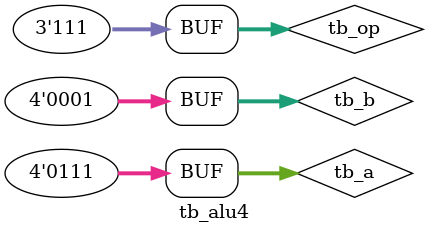
<source format=v>
`timescale 1ns/100ps

module tb_alu4;
	reg[3:0] tb_a, tb_b;
	reg[2:0] tb_op;
	wire[3:0] tb_result;
	wire tb_c, tb_n, tb_z, tb_v;

	alu4 U0_alu4(.a(tb_a), .b(tb_b), .op(tb_op), .result(tb_result), .c(tb_c), .n(tb_n), .z(tb_z), .v(tb_v));

	initial
	begin
		
			// Not A
			tb_a = 4'h0; tb_b = 4'h0; tb_op = 3'b000; #10;
			if (tb_result !== 4'b1111 || tb_c !== 0 || tb_n !== 1 || tb_z !== 0 || tb_v !== 0) $display("opcode 000 failed");
			// Not B
			tb_b = 4'h3; tb_op = 3'b001; #10;
			if (tb_result !== 4'b1100 || tb_c !== 0 || tb_n !== 1 || tb_z !== 0 || tb_v !== 0) $display("opcode 001 failed");
			// AND
			tb_op = 3'b010; #10;
			if (tb_result !== 4'b0000 || tb_c !== 0 || tb_n !== 0 || tb_z !== 1 || tb_v !== 0) $display("opcode 010 failed");
			// OR
			tb_a = 4'h5; tb_op = 3'b011; #10;
			if (tb_result !== 4'b0111 || tb_c !== 0 || tb_n !== 0 || tb_z !== 0 || tb_v !== 0) $display("opcode 011 failed");
			// XOR
			tb_op = 3'b100; #10;
			if (tb_result !== 4'b0110 || tb_c !== 0 || tb_n !== 0 || tb_z !== 0 || tb_v !== 0) $display("opcode 100 failed");
			// XNOR
			tb_op = 3'b101; #10;
			if (tb_result !== 4'b1001 || tb_c !== 0 || tb_n !== 1 || tb_z !== 0 || tb_v !== 0) $display("opcode 101 failed");
			// Addition
			tb_op = 3'b110; #10;
			if (tb_result !== 4'b1000 || tb_c !== 0 || tb_n !== 1 || tb_z !== 0 || tb_v !== 1) $display("opcode 110 failed");
			// Subtraction
			tb_a = 4'h7; tb_b = 4'h1; tb_op = 3'b111; #10;
			if (tb_result !== 4'b0110 || tb_c !== 1 || tb_n !== 0 || tb_z !== 0 || tb_v !== 0) $display("opcode 111 failed");
		end
endmodule

</source>
